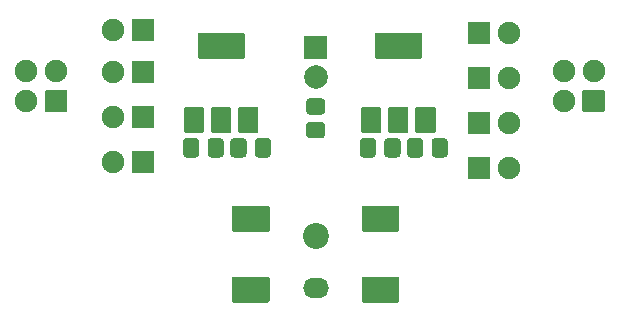
<source format=gts>
%TF.GenerationSoftware,KiCad,Pcbnew,(5.1.9)-1*%
%TF.CreationDate,2021-04-18T11:45:05+05:30*%
%TF.ProjectId,dcSplitter,64635370-6c69-4747-9465-722e6b696361,rev?*%
%TF.SameCoordinates,Original*%
%TF.FileFunction,Soldermask,Top*%
%TF.FilePolarity,Negative*%
%FSLAX46Y46*%
G04 Gerber Fmt 4.6, Leading zero omitted, Abs format (unit mm)*
G04 Created by KiCad (PCBNEW (5.1.9)-1) date 2021-04-18 11:45:05*
%MOMM*%
%LPD*%
G01*
G04 APERTURE LIST*
%ADD10O,1.900000X1.900000*%
%ADD11C,2.000000*%
%ADD12C,2.200000*%
%ADD13O,2.200000X1.700000*%
G04 APERTURE END LIST*
D10*
%TO.C,12*%
X150876000Y-28194000D03*
G36*
G01*
X149186000Y-29144000D02*
X147486000Y-29144000D01*
G75*
G02*
X147386000Y-29044000I0J100000D01*
G01*
X147386000Y-27344000D01*
G75*
G02*
X147486000Y-27244000I100000J0D01*
G01*
X149186000Y-27244000D01*
G75*
G02*
X149286000Y-27344000I0J-100000D01*
G01*
X149286000Y-29044000D01*
G75*
G02*
X149186000Y-29144000I-100000J0D01*
G01*
G37*
%TD*%
%TO.C,12*%
X150876000Y-24384000D03*
G36*
G01*
X149186000Y-25334000D02*
X147486000Y-25334000D01*
G75*
G02*
X147386000Y-25234000I0J100000D01*
G01*
X147386000Y-23534000D01*
G75*
G02*
X147486000Y-23434000I100000J0D01*
G01*
X149186000Y-23434000D01*
G75*
G02*
X149286000Y-23534000I0J-100000D01*
G01*
X149286000Y-25234000D01*
G75*
G02*
X149186000Y-25334000I-100000J0D01*
G01*
G37*
%TD*%
%TO.C,3.3*%
X150876000Y-20574000D03*
G36*
G01*
X149186000Y-21524000D02*
X147486000Y-21524000D01*
G75*
G02*
X147386000Y-21424000I0J100000D01*
G01*
X147386000Y-19724000D01*
G75*
G02*
X147486000Y-19624000I100000J0D01*
G01*
X149186000Y-19624000D01*
G75*
G02*
X149286000Y-19724000I0J-100000D01*
G01*
X149286000Y-21424000D01*
G75*
G02*
X149186000Y-21524000I-100000J0D01*
G01*
G37*
%TD*%
%TO.C,3.3*%
X150876000Y-16764000D03*
G36*
G01*
X149186000Y-17714000D02*
X147486000Y-17714000D01*
G75*
G02*
X147386000Y-17614000I0J100000D01*
G01*
X147386000Y-15914000D01*
G75*
G02*
X147486000Y-15814000I100000J0D01*
G01*
X149186000Y-15814000D01*
G75*
G02*
X149286000Y-15914000I0J-100000D01*
G01*
X149286000Y-17614000D01*
G75*
G02*
X149186000Y-17714000I-100000J0D01*
G01*
G37*
%TD*%
%TO.C,5*%
X117348000Y-16510000D03*
G36*
G01*
X119038000Y-15560000D02*
X120738000Y-15560000D01*
G75*
G02*
X120838000Y-15660000I0J-100000D01*
G01*
X120838000Y-17360000D01*
G75*
G02*
X120738000Y-17460000I-100000J0D01*
G01*
X119038000Y-17460000D01*
G75*
G02*
X118938000Y-17360000I0J100000D01*
G01*
X118938000Y-15660000D01*
G75*
G02*
X119038000Y-15560000I100000J0D01*
G01*
G37*
%TD*%
%TO.C,5*%
X117348000Y-20066000D03*
G36*
G01*
X119038000Y-19116000D02*
X120738000Y-19116000D01*
G75*
G02*
X120838000Y-19216000I0J-100000D01*
G01*
X120838000Y-20916000D01*
G75*
G02*
X120738000Y-21016000I-100000J0D01*
G01*
X119038000Y-21016000D01*
G75*
G02*
X118938000Y-20916000I0J100000D01*
G01*
X118938000Y-19216000D01*
G75*
G02*
X119038000Y-19116000I100000J0D01*
G01*
G37*
%TD*%
%TO.C,12*%
X117348000Y-23876000D03*
G36*
G01*
X119038000Y-22926000D02*
X120738000Y-22926000D01*
G75*
G02*
X120838000Y-23026000I0J-100000D01*
G01*
X120838000Y-24726000D01*
G75*
G02*
X120738000Y-24826000I-100000J0D01*
G01*
X119038000Y-24826000D01*
G75*
G02*
X118938000Y-24726000I0J100000D01*
G01*
X118938000Y-23026000D01*
G75*
G02*
X119038000Y-22926000I100000J0D01*
G01*
G37*
%TD*%
%TO.C,12*%
X117348000Y-27686000D03*
G36*
G01*
X119038000Y-26736000D02*
X120738000Y-26736000D01*
G75*
G02*
X120838000Y-26836000I0J-100000D01*
G01*
X120838000Y-28536000D01*
G75*
G02*
X120738000Y-28636000I-100000J0D01*
G01*
X119038000Y-28636000D01*
G75*
G02*
X118938000Y-28536000I0J100000D01*
G01*
X118938000Y-26836000D01*
G75*
G02*
X119038000Y-26736000I100000J0D01*
G01*
G37*
%TD*%
%TO.C,J3*%
X155500000Y-20000000D03*
X155500000Y-22540000D03*
X158040000Y-20000000D03*
G36*
G01*
X158890000Y-23490000D02*
X157190000Y-23490000D01*
G75*
G02*
X157090000Y-23390000I0J100000D01*
G01*
X157090000Y-21690000D01*
G75*
G02*
X157190000Y-21590000I100000J0D01*
G01*
X158890000Y-21590000D01*
G75*
G02*
X158990000Y-21690000I0J-100000D01*
G01*
X158990000Y-23390000D01*
G75*
G02*
X158890000Y-23490000I-100000J0D01*
G01*
G37*
%TD*%
%TO.C,C1*%
G36*
G01*
X129350000Y-27032447D02*
X129350000Y-25967553D01*
G75*
G02*
X129642553Y-25675000I292553J0D01*
G01*
X130432447Y-25675000D01*
G75*
G02*
X130725000Y-25967553I0J-292553D01*
G01*
X130725000Y-27032447D01*
G75*
G02*
X130432447Y-27325000I-292553J0D01*
G01*
X129642553Y-27325000D01*
G75*
G02*
X129350000Y-27032447I0J292553D01*
G01*
G37*
G36*
G01*
X127275000Y-27032447D02*
X127275000Y-25967553D01*
G75*
G02*
X127567553Y-25675000I292553J0D01*
G01*
X128357447Y-25675000D01*
G75*
G02*
X128650000Y-25967553I0J-292553D01*
G01*
X128650000Y-27032447D01*
G75*
G02*
X128357447Y-27325000I-292553J0D01*
G01*
X127567553Y-27325000D01*
G75*
G02*
X127275000Y-27032447I0J292553D01*
G01*
G37*
%TD*%
%TO.C,C2*%
G36*
G01*
X145687500Y-25967553D02*
X145687500Y-27032447D01*
G75*
G02*
X145394947Y-27325000I-292553J0D01*
G01*
X144605053Y-27325000D01*
G75*
G02*
X144312500Y-27032447I0J292553D01*
G01*
X144312500Y-25967553D01*
G75*
G02*
X144605053Y-25675000I292553J0D01*
G01*
X145394947Y-25675000D01*
G75*
G02*
X145687500Y-25967553I0J-292553D01*
G01*
G37*
G36*
G01*
X143612500Y-25967553D02*
X143612500Y-27032447D01*
G75*
G02*
X143319947Y-27325000I-292553J0D01*
G01*
X142530053Y-27325000D01*
G75*
G02*
X142237500Y-27032447I0J292553D01*
G01*
X142237500Y-25967553D01*
G75*
G02*
X142530053Y-25675000I292553J0D01*
G01*
X143319947Y-25675000D01*
G75*
G02*
X143612500Y-25967553I0J-292553D01*
G01*
G37*
%TD*%
%TO.C,C3*%
G36*
G01*
X124650000Y-25967553D02*
X124650000Y-27032447D01*
G75*
G02*
X124357447Y-27325000I-292553J0D01*
G01*
X123567553Y-27325000D01*
G75*
G02*
X123275000Y-27032447I0J292553D01*
G01*
X123275000Y-25967553D01*
G75*
G02*
X123567553Y-25675000I292553J0D01*
G01*
X124357447Y-25675000D01*
G75*
G02*
X124650000Y-25967553I0J-292553D01*
G01*
G37*
G36*
G01*
X126725000Y-25967553D02*
X126725000Y-27032447D01*
G75*
G02*
X126432447Y-27325000I-292553J0D01*
G01*
X125642553Y-27325000D01*
G75*
G02*
X125350000Y-27032447I0J292553D01*
G01*
X125350000Y-25967553D01*
G75*
G02*
X125642553Y-25675000I292553J0D01*
G01*
X126432447Y-25675000D01*
G75*
G02*
X126725000Y-25967553I0J-292553D01*
G01*
G37*
%TD*%
%TO.C,C4*%
G36*
G01*
X141687500Y-25967553D02*
X141687500Y-27032447D01*
G75*
G02*
X141394947Y-27325000I-292553J0D01*
G01*
X140605053Y-27325000D01*
G75*
G02*
X140312500Y-27032447I0J292553D01*
G01*
X140312500Y-25967553D01*
G75*
G02*
X140605053Y-25675000I292553J0D01*
G01*
X141394947Y-25675000D01*
G75*
G02*
X141687500Y-25967553I0J-292553D01*
G01*
G37*
G36*
G01*
X139612500Y-25967553D02*
X139612500Y-27032447D01*
G75*
G02*
X139319947Y-27325000I-292553J0D01*
G01*
X138530053Y-27325000D01*
G75*
G02*
X138237500Y-27032447I0J292553D01*
G01*
X138237500Y-25967553D01*
G75*
G02*
X138530053Y-25675000I292553J0D01*
G01*
X139319947Y-25675000D01*
G75*
G02*
X139612500Y-25967553I0J-292553D01*
G01*
G37*
%TD*%
%TO.C,D1*%
G36*
G01*
X133600000Y-17000000D02*
X135400000Y-17000000D01*
G75*
G02*
X135500000Y-17100000I0J-100000D01*
G01*
X135500000Y-18900000D01*
G75*
G02*
X135400000Y-19000000I-100000J0D01*
G01*
X133600000Y-19000000D01*
G75*
G02*
X133500000Y-18900000I0J100000D01*
G01*
X133500000Y-17100000D01*
G75*
G02*
X133600000Y-17000000I100000J0D01*
G01*
G37*
D11*
X134500000Y-20540000D03*
%TD*%
%TO.C,J1*%
G36*
G01*
X141600000Y-37500000D02*
X141600000Y-39500000D01*
G75*
G02*
X141500000Y-39600000I-100000J0D01*
G01*
X138500000Y-39600000D01*
G75*
G02*
X138400000Y-39500000I0J100000D01*
G01*
X138400000Y-37500000D01*
G75*
G02*
X138500000Y-37400000I100000J0D01*
G01*
X141500000Y-37400000D01*
G75*
G02*
X141600000Y-37500000I0J-100000D01*
G01*
G37*
G36*
G01*
X141600000Y-31500000D02*
X141600000Y-33500000D01*
G75*
G02*
X141500000Y-33600000I-100000J0D01*
G01*
X138500000Y-33600000D01*
G75*
G02*
X138400000Y-33500000I0J100000D01*
G01*
X138400000Y-31500000D01*
G75*
G02*
X138500000Y-31400000I100000J0D01*
G01*
X141500000Y-31400000D01*
G75*
G02*
X141600000Y-31500000I0J-100000D01*
G01*
G37*
G36*
G01*
X130600000Y-31500000D02*
X130600000Y-33500000D01*
G75*
G02*
X130500000Y-33600000I-100000J0D01*
G01*
X127500000Y-33600000D01*
G75*
G02*
X127400000Y-33500000I0J100000D01*
G01*
X127400000Y-31500000D01*
G75*
G02*
X127500000Y-31400000I100000J0D01*
G01*
X130500000Y-31400000D01*
G75*
G02*
X130600000Y-31500000I0J-100000D01*
G01*
G37*
G36*
G01*
X130600000Y-37500000D02*
X130600000Y-39500000D01*
G75*
G02*
X130500000Y-39600000I-100000J0D01*
G01*
X127500000Y-39600000D01*
G75*
G02*
X127400000Y-39500000I0J100000D01*
G01*
X127400000Y-37500000D01*
G75*
G02*
X127500000Y-37400000I100000J0D01*
G01*
X130500000Y-37400000D01*
G75*
G02*
X130600000Y-37500000I0J-100000D01*
G01*
G37*
D12*
X134500000Y-34000000D03*
D13*
X134500000Y-38400000D03*
%TD*%
%TO.C,R1*%
G36*
G01*
X135008335Y-25700000D02*
X133991665Y-25700000D01*
G75*
G02*
X133700000Y-25408335I0J291665D01*
G01*
X133700000Y-24591665D01*
G75*
G02*
X133991665Y-24300000I291665J0D01*
G01*
X135008335Y-24300000D01*
G75*
G02*
X135300000Y-24591665I0J-291665D01*
G01*
X135300000Y-25408335D01*
G75*
G02*
X135008335Y-25700000I-291665J0D01*
G01*
G37*
G36*
G01*
X135008335Y-23700000D02*
X133991665Y-23700000D01*
G75*
G02*
X133700000Y-23408335I0J291665D01*
G01*
X133700000Y-22591665D01*
G75*
G02*
X133991665Y-22300000I291665J0D01*
G01*
X135008335Y-22300000D01*
G75*
G02*
X135300000Y-22591665I0J-291665D01*
G01*
X135300000Y-23408335D01*
G75*
G02*
X135008335Y-23700000I-291665J0D01*
G01*
G37*
%TD*%
%TO.C,U1*%
G36*
G01*
X128400000Y-18950000D02*
X124600000Y-18950000D01*
G75*
G02*
X124500000Y-18850000I0J100000D01*
G01*
X124500000Y-16850000D01*
G75*
G02*
X124600000Y-16750000I100000J0D01*
G01*
X128400000Y-16750000D01*
G75*
G02*
X128500000Y-16850000I0J-100000D01*
G01*
X128500000Y-18850000D01*
G75*
G02*
X128400000Y-18950000I-100000J0D01*
G01*
G37*
G36*
G01*
X127250000Y-25250000D02*
X125750000Y-25250000D01*
G75*
G02*
X125650000Y-25150000I0J100000D01*
G01*
X125650000Y-23150000D01*
G75*
G02*
X125750000Y-23050000I100000J0D01*
G01*
X127250000Y-23050000D01*
G75*
G02*
X127350000Y-23150000I0J-100000D01*
G01*
X127350000Y-25150000D01*
G75*
G02*
X127250000Y-25250000I-100000J0D01*
G01*
G37*
G36*
G01*
X129550000Y-25250000D02*
X128050000Y-25250000D01*
G75*
G02*
X127950000Y-25150000I0J100000D01*
G01*
X127950000Y-23150000D01*
G75*
G02*
X128050000Y-23050000I100000J0D01*
G01*
X129550000Y-23050000D01*
G75*
G02*
X129650000Y-23150000I0J-100000D01*
G01*
X129650000Y-25150000D01*
G75*
G02*
X129550000Y-25250000I-100000J0D01*
G01*
G37*
G36*
G01*
X124950000Y-25250000D02*
X123450000Y-25250000D01*
G75*
G02*
X123350000Y-25150000I0J100000D01*
G01*
X123350000Y-23150000D01*
G75*
G02*
X123450000Y-23050000I100000J0D01*
G01*
X124950000Y-23050000D01*
G75*
G02*
X125050000Y-23150000I0J-100000D01*
G01*
X125050000Y-25150000D01*
G75*
G02*
X124950000Y-25250000I-100000J0D01*
G01*
G37*
%TD*%
%TO.C,U2*%
G36*
G01*
X139950000Y-25250000D02*
X138450000Y-25250000D01*
G75*
G02*
X138350000Y-25150000I0J100000D01*
G01*
X138350000Y-23150000D01*
G75*
G02*
X138450000Y-23050000I100000J0D01*
G01*
X139950000Y-23050000D01*
G75*
G02*
X140050000Y-23150000I0J-100000D01*
G01*
X140050000Y-25150000D01*
G75*
G02*
X139950000Y-25250000I-100000J0D01*
G01*
G37*
G36*
G01*
X144550000Y-25250000D02*
X143050000Y-25250000D01*
G75*
G02*
X142950000Y-25150000I0J100000D01*
G01*
X142950000Y-23150000D01*
G75*
G02*
X143050000Y-23050000I100000J0D01*
G01*
X144550000Y-23050000D01*
G75*
G02*
X144650000Y-23150000I0J-100000D01*
G01*
X144650000Y-25150000D01*
G75*
G02*
X144550000Y-25250000I-100000J0D01*
G01*
G37*
G36*
G01*
X142250000Y-25250000D02*
X140750000Y-25250000D01*
G75*
G02*
X140650000Y-25150000I0J100000D01*
G01*
X140650000Y-23150000D01*
G75*
G02*
X140750000Y-23050000I100000J0D01*
G01*
X142250000Y-23050000D01*
G75*
G02*
X142350000Y-23150000I0J-100000D01*
G01*
X142350000Y-25150000D01*
G75*
G02*
X142250000Y-25250000I-100000J0D01*
G01*
G37*
G36*
G01*
X143400000Y-18950000D02*
X139600000Y-18950000D01*
G75*
G02*
X139500000Y-18850000I0J100000D01*
G01*
X139500000Y-16850000D01*
G75*
G02*
X139600000Y-16750000I100000J0D01*
G01*
X143400000Y-16750000D01*
G75*
G02*
X143500000Y-16850000I0J-100000D01*
G01*
X143500000Y-18850000D01*
G75*
G02*
X143400000Y-18950000I-100000J0D01*
G01*
G37*
%TD*%
%TO.C,J2*%
G36*
G01*
X113390000Y-23490000D02*
X111690000Y-23490000D01*
G75*
G02*
X111590000Y-23390000I0J100000D01*
G01*
X111590000Y-21690000D01*
G75*
G02*
X111690000Y-21590000I100000J0D01*
G01*
X113390000Y-21590000D01*
G75*
G02*
X113490000Y-21690000I0J-100000D01*
G01*
X113490000Y-23390000D01*
G75*
G02*
X113390000Y-23490000I-100000J0D01*
G01*
G37*
D10*
X112540000Y-20000000D03*
X110000000Y-22540000D03*
X110000000Y-20000000D03*
%TD*%
M02*

</source>
